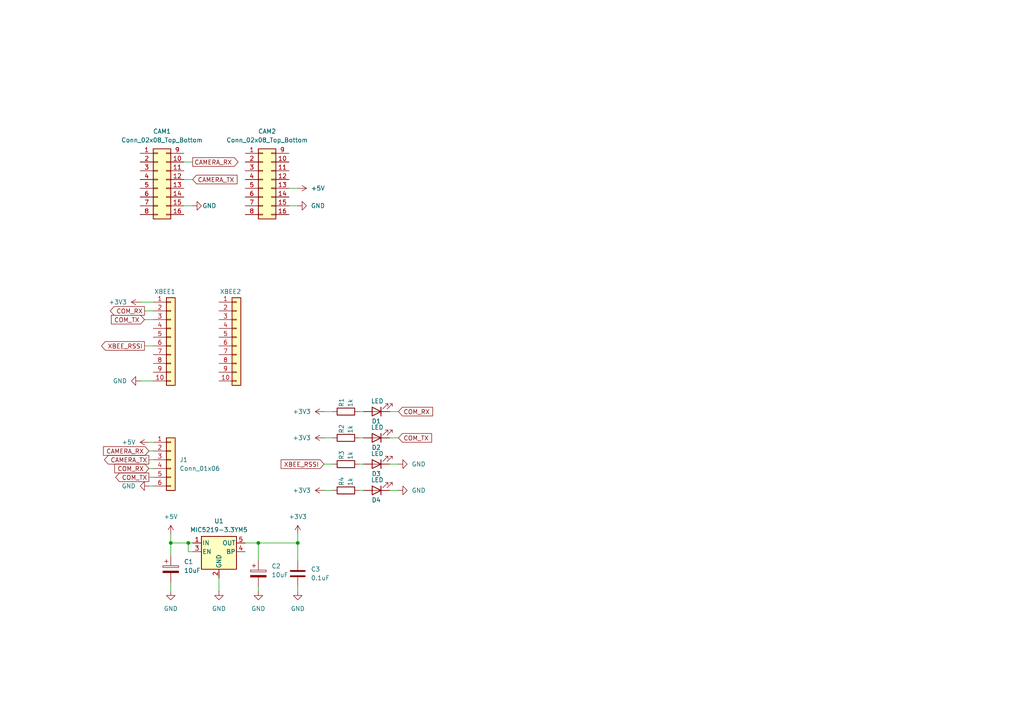
<source format=kicad_sch>
(kicad_sch (version 20231120) (generator "eeschema") (generator_version "8.0")
  (paper "A4")
  (lib_symbols
    (symbol "Connector_Generic:Conn_01x06" (pin_names (offset 1.016) hide)
      (property "Reference" "J" (at 0 7.62 0))
      (property "Value" "Conn_01x06" (at 0 -10.16 0))
      (symbol "Conn_01x06_1_1"
        (rectangle (start -1.27 -7.493) (end 0 -7.747) (stroke (width 0.1524)))
        (rectangle (start -1.27 -4.953) (end 0 -5.207) (stroke (width 0.1524)))
        (rectangle (start -1.27 -2.413) (end 0 -2.667) (stroke (width 0.1524)))
        (rectangle (start -1.27 0.127) (end 0 -0.127) (stroke (width 0.1524)))
        (rectangle (start -1.27 2.667) (end 0 2.413) (stroke (width 0.1524)))
        (rectangle (start -1.27 5.207) (end 0 4.953) (stroke (width 0.1524)))
        (rectangle (start -1.27 6.35) (end 1.27 -8.89) (stroke (width 0.254)) (fill (type background)))
        (pin passive line (at -5.08 5.08 0) (length 3.81) (name "Pin_1") (number "1"))
        (pin passive line (at -5.08 2.54 0) (length 3.81) (name "Pin_2") (number "2"))
        (pin passive line (at -5.08 0 0) (length 3.81) (name "Pin_3") (number "3"))
        (pin passive line (at -5.08 -2.54 0) (length 3.81) (name "Pin_4") (number "4"))
        (pin passive line (at -5.08 -5.08 0) (length 3.81) (name "Pin_5") (number "5"))
        (pin passive line (at -5.08 -7.62 0) (length 3.81) (name "Pin_6") (number "6"))
      )
    )
    (symbol "Connector_Generic:Conn_01x10" (pin_names (offset 1.016) hide)
      (property "Reference" "J" (at 0 12.7 0))
      (property "Value" "Conn_01x10" (at 0 -15.24 0))
      (symbol "Conn_01x10_1_1"
        (rectangle (start -1.27 -12.573) (end 0 -12.827) (stroke (width 0.1524)))
        (rectangle (start -1.27 -10.033) (end 0 -10.287) (stroke (width 0.1524)))
        (rectangle (start -1.27 -7.493) (end 0 -7.747) (stroke (width 0.1524)))
        (rectangle (start -1.27 -4.953) (end 0 -5.207) (stroke (width 0.1524)))
        (rectangle (start -1.27 -2.413) (end 0 -2.667) (stroke (width 0.1524)))
        (rectangle (start -1.27 0.127) (end 0 -0.127) (stroke (width 0.1524)))
        (rectangle (start -1.27 2.667) (end 0 2.413) (stroke (width 0.1524)))
        (rectangle (start -1.27 5.207) (end 0 4.953) (stroke (width 0.1524)))
        (rectangle (start -1.27 7.747) (end 0 7.493) (stroke (width 0.1524)))
        (rectangle (start -1.27 10.287) (end 0 10.033) (stroke (width 0.1524)))
        (rectangle (start -1.27 11.43) (end 1.27 -13.97) (stroke (width 0.254)) (fill (type background)))
        (pin passive line (at -5.08 10.16 0) (length 3.81) (name "Pin_1") (number "1"))
        (pin passive line (at -5.08 -12.7 0) (length 3.81) (name "Pin_10") (number "10"))
        (pin passive line (at -5.08 7.62 0) (length 3.81) (name "Pin_2") (number "2"))
        (pin passive line (at -5.08 5.08 0) (length 3.81) (name "Pin_3") (number "3"))
        (pin passive line (at -5.08 2.54 0) (length 3.81) (name "Pin_4") (number "4"))
        (pin passive line (at -5.08 0 0) (length 3.81) (name "Pin_5") (number "5"))
        (pin passive line (at -5.08 -2.54 0) (length 3.81) (name "Pin_6") (number "6"))
        (pin passive line (at -5.08 -5.08 0) (length 3.81) (name "Pin_7") (number "7"))
        (pin passive line (at -5.08 -7.62 0) (length 3.81) (name "Pin_8") (number "8"))
        (pin passive line (at -5.08 -10.16 0) (length 3.81) (name "Pin_9") (number "9"))
      )
    )
    (symbol "Connector_Generic:Conn_02x08_Top_Bottom" (pin_names (offset 1.016) hide)
      (property "Reference" "J" (at 1.27 10.16 0))
      (property "Value" "Conn_02x08_Top_Bottom" (at 1.27 -12.7 0))
      (symbol "Conn_02x08_Top_Bottom_1_1"
        (rectangle (start -1.27 -10.033) (end 0 -10.287) (stroke (width 0.1524)))
        (rectangle (start -1.27 -7.493) (end 0 -7.747) (stroke (width 0.1524)))
        (rectangle (start -1.27 -4.953) (end 0 -5.207) (stroke (width 0.1524)))
        (rectangle (start -1.27 -2.413) (end 0 -2.667) (stroke (width 0.1524)))
        (rectangle (start -1.27 0.127) (end 0 -0.127) (stroke (width 0.1524)))
        (rectangle (start -1.27 2.667) (end 0 2.413) (stroke (width 0.1524)))
        (rectangle (start -1.27 5.207) (end 0 4.953) (stroke (width 0.1524)))
        (rectangle (start -1.27 7.747) (end 0 7.493) (stroke (width 0.1524)))
        (rectangle (start -1.27 8.89) (end 3.81 -11.43) (stroke (width 0.254)) (fill (type background)))
        (rectangle (start 3.81 -10.033) (end 2.54 -10.287) (stroke (width 0.1524)))
        (rectangle (start 3.81 -7.493) (end 2.54 -7.747) (stroke (width 0.1524)))
        (rectangle (start 3.81 -4.953) (end 2.54 -5.207) (stroke (width 0.1524)))
        (rectangle (start 3.81 -2.413) (end 2.54 -2.667) (stroke (width 0.1524)))
        (rectangle (start 3.81 0.127) (end 2.54 -0.127) (stroke (width 0.1524)))
        (rectangle (start 3.81 2.667) (end 2.54 2.413) (stroke (width 0.1524)))
        (rectangle (start 3.81 5.207) (end 2.54 4.953) (stroke (width 0.1524)))
        (rectangle (start 3.81 7.747) (end 2.54 7.493) (stroke (width 0.1524)))
        (pin passive line (at -5.08 7.62 0) (length 3.81) (name "Pin_1") (number "1"))
        (pin passive line (at 7.62 5.08 180) (length 3.81) (name "Pin_10") (number "10"))
        (pin passive line (at 7.62 2.54 180) (length 3.81) (name "Pin_11") (number "11"))
        (pin passive line (at 7.62 0 180) (length 3.81) (name "Pin_12") (number "12"))
        (pin passive line (at 7.62 -2.54 180) (length 3.81) (name "Pin_13") (number "13"))
        (pin passive line (at 7.62 -5.08 180) (length 3.81) (name "Pin_14") (number "14"))
        (pin passive line (at 7.62 -7.62 180) (length 3.81) (name "Pin_15") (number "15"))
        (pin passive line (at 7.62 -10.16 180) (length 3.81) (name "Pin_16") (number "16"))
        (pin passive line (at -5.08 5.08 0) (length 3.81) (name "Pin_2") (number "2"))
        (pin passive line (at -5.08 2.54 0) (length 3.81) (name "Pin_3") (number "3"))
        (pin passive line (at -5.08 0 0) (length 3.81) (name "Pin_4") (number "4"))
        (pin passive line (at -5.08 -2.54 0) (length 3.81) (name "Pin_5") (number "5"))
        (pin passive line (at -5.08 -5.08 0) (length 3.81) (name "Pin_6") (number "6"))
        (pin passive line (at -5.08 -7.62 0) (length 3.81) (name "Pin_7") (number "7"))
        (pin passive line (at -5.08 -10.16 0) (length 3.81) (name "Pin_8") (number "8"))
        (pin passive line (at 7.62 7.62 180) (length 3.81) (name "Pin_9") (number "9"))
      )
    )
    (symbol "Device:C" (pin_numbers hide) (pin_names (offset 0.254))
      (property "Reference" "C" (at 0.635 2.54 0))
      (property "Value" "C" (at 0.635 -2.54 0))
      (symbol "C_0_1"
        (polyline (pts (xy -2.032 -0.762) (xy 2.032 -0.762)) (stroke (width 0.508)))
        (polyline (pts (xy -2.032 0.762) (xy 2.032 0.762)) (stroke (width 0.508)))
      )
      (symbol "C_1_1"
        (pin passive line (at 0 3.81 270) (length 2.794) (name "~") (number "1"))
        (pin passive line (at 0 -3.81 90) (length 2.794) (name "~") (number "2"))
      )
    )
    (symbol "Device:C_Polarized" (pin_numbers hide) (pin_names (offset 0.254))
      (property "Reference" "C" (at 0.635 2.54 0))
      (property "Value" "C_Polarized" (at 0.635 -2.54 0))
      (symbol "C_Polarized_0_1"
        (rectangle (start -2.286 0.508) (end 2.286 1.016))
        (polyline (pts (xy -1.778 2.286) (xy -0.762 2.286)))
        (polyline (pts (xy -1.27 2.794) (xy -1.27 1.778)))
        (rectangle (start 2.286 -0.508) (end -2.286 -1.016) (fill (type outline)))
      )
      (symbol "C_Polarized_1_1"
        (pin passive line (at 0 3.81 270) (length 2.794) (name "~") (number "1"))
        (pin passive line (at 0 -3.81 90) (length 2.794) (name "~") (number "2"))
      )
    )
    (symbol "Device:LED" (pin_numbers hide) (pin_names (offset 1.016) hide)
      (property "Reference" "D" (at 0 2.54 0))
      (property "Value" "LED" (at 0 -2.54 0))
      (symbol "LED_0_1"
        (polyline (pts (xy -1.27 -1.27) (xy -1.27 1.27)) (stroke (width 0.254)))
        (polyline (pts (xy -1.27 0) (xy 1.27 0)))
        (polyline (pts (xy 1.27 -1.27) (xy 1.27 1.27) (xy -1.27 0) (xy 1.27 -1.27)) (stroke (width 0.254)))
        (polyline (pts (xy -3.048 -0.762) (xy -4.572 -2.286) (xy -3.81 -2.286) (xy -4.572 -2.286) (xy -4.572 -1.524)))
        (polyline (pts (xy -1.778 -0.762) (xy -3.302 -2.286) (xy -2.54 -2.286) (xy -3.302 -2.286) (xy -3.302 -1.524)))
      )
      (symbol "LED_1_1"
        (pin passive line (at -3.81 0 0) (length 2.54) (name "K") (number "1"))
        (pin passive line (at 3.81 0 180) (length 2.54) (name "A") (number "2"))
      )
    )
    (symbol "Device:R" (pin_numbers hide) (pin_names (offset 0))
      (property "Reference" "R" (at 2.032 0 90))
      (property "Value" "R" (at 0 0 90))
      (symbol "R_0_1"
        (rectangle (start -1.016 -2.54) (end 1.016 2.54) (stroke (width 0.254)))
      )
      (symbol "R_1_1"
        (pin passive line (at 0 3.81 270) (length 1.27) (name "~") (number "1"))
        (pin passive line (at 0 -3.81 90) (length 1.27) (name "~") (number "2"))
      )
    )
    (symbol "Regulator_Linear:MIC5219-3.3YM5" (pin_names (offset 0.254))
      (property "Reference" "U" (at -3.81 5.715 0))
      (property "Value" "MIC5219-3.3YM5" (at 0 5.715 0))
      (symbol "MIC5219-3.3YM5_0_1"
        (rectangle (start -5.08 4.445) (end 5.08 -5.08) (stroke (width 0.254)) (fill (type background)))
      )
      (symbol "MIC5219-3.3YM5_1_1"
        (pin power_in line (at -7.62 2.54 0) (length 2.54) (name "IN") (number "1"))
        (pin power_in line (at 0 -7.62 90) (length 2.54) (name "GND") (number "2"))
        (pin input line (at -7.62 0 0) (length 2.54) (name "EN") (number "3"))
        (pin input line (at 7.62 0 180) (length 2.54) (name "BP") (number "4"))
        (pin power_out line (at 7.62 2.54 180) (length 2.54) (name "OUT") (number "5"))
      )
    )
    (symbol "power:+3V3" (power) (pin_numbers hide) (pin_names (offset 0) hide)
      (property "Value" "+3V3" (at 0 3.556 0))
      (symbol "+3V3_0_1"
        (polyline (pts (xy -0.762 1.27) (xy 0 2.54)))
        (polyline (pts (xy 0 0) (xy 0 2.54)))
        (polyline (pts (xy 0 2.54) (xy 0.762 1.27)))
      )
      (symbol "+3V3_1_1"
        (pin power_in line (at 0 0 90) (length 0) (name "~") (number "1"))
      )
    )
    (symbol "power:+5V" (power) (pin_numbers hide) (pin_names (offset 0) hide)
      (property "Value" "+5V" (at 0 3.556 0))
      (symbol "+5V_0_1"
        (polyline (pts (xy -0.762 1.27) (xy 0 2.54)))
        (polyline (pts (xy 0 0) (xy 0 2.54)))
        (polyline (pts (xy 0 2.54) (xy 0.762 1.27)))
      )
      (symbol "+5V_1_1"
        (pin power_in line (at 0 0 90) (length 0) (name "~") (number "1"))
      )
    )
    (symbol "power:GND" (power) (pin_numbers hide) (pin_names (offset 0) hide)
      (property "Value" "GND" (at 0 -3.81 0))
      (symbol "GND_0_1"
        (polyline (pts (xy 0 0) (xy 0 -1.27) (xy 1.27 -1.27) (xy 0 -2.54) (xy -1.27 -1.27) (xy 0 -1.27)))
      )
      (symbol "GND_1_1"
        (pin power_in line (at 0 0 270) (length 0) (name "~") (number "1"))
      )
    )
  )
  (junction (at 86.36 157.48))
  (junction (at 74.93 157.48))
  (junction (at 49.53 157.48))
  (junction (at 54.61 157.48))
  (wire (pts (xy 43.18 140.97) (xy 44.45 140.97)))
  (wire (pts (xy 113.03 134.62) (xy 115.57 134.62)))
  (wire (pts (xy 49.53 157.48) (xy 54.61 157.48)))
  (wire (pts (xy 54.61 160.02) (xy 54.61 157.48)))
  (wire (pts (xy 53.34 59.69) (xy 55.88 59.69)))
  (wire (pts (xy 71.12 157.48) (xy 74.93 157.48)))
  (wire (pts (xy 49.53 157.48) (xy 49.53 161.29)))
  (wire (pts (xy 93.98 134.62) (xy 96.52 134.62)))
  (wire (pts (xy 43.18 128.27) (xy 44.45 128.27)))
  (wire (pts (xy 83.82 59.69) (xy 86.36 59.69)))
  (wire (pts (xy 40.64 87.63) (xy 44.45 87.63)))
  (wire (pts (xy 104.14 134.62) (xy 105.41 134.62)))
  (wire (pts (xy 53.34 52.07) (xy 55.88 52.07)))
  (wire (pts (xy 113.03 142.24) (xy 115.57 142.24)))
  (wire (pts (xy 55.88 157.48) (xy 54.61 157.48)))
  (wire (pts (xy 83.82 54.61) (xy 86.36 54.61)))
  (wire (pts (xy 86.36 154.94) (xy 86.36 157.48)))
  (wire (pts (xy 104.14 127) (xy 105.41 127)))
  (wire (pts (xy 113.03 119.38) (xy 115.57 119.38)))
  (wire (pts (xy 53.34 46.99) (xy 55.88 46.99)))
  (wire (pts (xy 93.98 127) (xy 96.52 127)))
  (wire (pts (xy 41.91 90.17) (xy 44.45 90.17)))
  (wire (pts (xy 104.14 119.38) (xy 105.41 119.38)))
  (wire (pts (xy 41.91 92.71) (xy 44.45 92.71)))
  (wire (pts (xy 86.36 162.56) (xy 86.36 157.48)))
  (wire (pts (xy 41.91 100.33) (xy 44.45 100.33)))
  (wire (pts (xy 43.18 130.81) (xy 44.45 130.81)))
  (wire (pts (xy 93.98 119.38) (xy 96.52 119.38)))
  (wire (pts (xy 104.14 142.24) (xy 105.41 142.24)))
  (wire (pts (xy 74.93 157.48) (xy 74.93 162.56)))
  (wire (pts (xy 43.18 138.43) (xy 44.45 138.43)))
  (wire (pts (xy 49.53 157.48) (xy 49.53 154.94)))
  (wire (pts (xy 93.98 142.24) (xy 96.52 142.24)))
  (wire (pts (xy 43.18 135.89) (xy 44.45 135.89)))
  (wire (pts (xy 86.36 170.18) (xy 86.36 171.45)))
  (wire (pts (xy 113.03 127) (xy 115.57 127)))
  (wire (pts (xy 40.64 110.49) (xy 44.45 110.49)))
  (wire (pts (xy 43.18 133.35) (xy 44.45 133.35)))
  (wire (pts (xy 49.53 168.91) (xy 49.53 171.45)))
  (wire (pts (xy 55.88 160.02) (xy 54.61 160.02)))
  (wire (pts (xy 63.5 167.64) (xy 63.5 171.45)))
  (wire (pts (xy 86.36 157.48) (xy 74.93 157.48)))
  (wire (pts (xy 74.93 170.18) (xy 74.93 171.45)))
  (global_label "XBEE_RSSI" (shape output) (at 41.91 100.33 180) (property "Intersheetrefs" "${INTERSHEET_REFS}" (effects (hide yes))))
  (global_label "COM_RX" (shape input) (at 115.57 119.38 0) (property "Intersheetrefs" "${INTERSHEET_REFS}" (effects (hide yes))))
  (global_label "CAMERA_TX" (shape input) (at 55.88 52.07 0) (property "Intersheetrefs" "${INTERSHEET_REFS}" (effects (hide yes))))
  (global_label "CAMERA_RX" (shape output) (at 55.88 46.99 0) (property "Intersheetrefs" "${INTERSHEET_REFS}" (effects (hide yes))))
  (global_label "CAMERA_TX" (shape output) (at 43.18 133.35 180) (property "Intersheetrefs" "${INTERSHEET_REFS}" (effects (hide yes))))
  (global_label "COM_RX" (shape input) (at 43.18 135.89 180) (property "Intersheetrefs" "${INTERSHEET_REFS}" (effects (hide yes))))
  (global_label "COM_TX" (shape input) (at 115.57 127 0) (property "Intersheetrefs" "${INTERSHEET_REFS}" (effects (hide yes))))
  (global_label "COM_RX" (shape output) (at 41.91 90.17 180) (property "Intersheetrefs" "${INTERSHEET_REFS}" (effects (hide yes))))
  (global_label "COM_TX" (shape output) (at 43.18 138.43 180) (property "Intersheetrefs" "${INTERSHEET_REFS}" (effects (hide yes))))
  (global_label "COM_TX" (shape input) (at 41.91 92.71 180) (property "Intersheetrefs" "${INTERSHEET_REFS}" (effects (hide yes))))
  (global_label "XBEE_RSSI" (shape input) (at 93.98 134.62 180) (property "Intersheetrefs" "${INTERSHEET_REFS}" (effects (hide yes))))
  (global_label "CAMERA_RX" (shape input) (at 43.18 130.81 180) (property "Intersheetrefs" "${INTERSHEET_REFS}" (effects (hide yes))))
  (symbol (lib_id "power:GND") (at 86.36 171.45 0) (unit 1)
    (property "Reference" "#PWR04" (effects (hide yes)))
    (property "Value" "GND" (at 86.36 176.53 0))
    (property "Description" "Power symbol creates a global label with name \"GND\" , ground" (effects (hide yes)))
  )
  (symbol (lib_id "Connector_Generic:Conn_01x06") (at 49.53 133.35 0) (unit 1)
    (property "Reference" "J1" (at 52.07 133.3499 0) (effects (justify left)))
    (property "Value" "Conn_01x06" (at 52.07 135.8899 0) (effects (justify left)))
    (property "Footprint" "Connector_JST:JST_PH_B6B-PH-K_1x06_P2.00mm_Vertical" (effects (hide yes)))
    (property "Description" "Generic connector, single row, 01x06, script generated (kicad-library-utils/schlib/autogen/connector/)" (effects (hide yes)))
  )
  (symbol (lib_id "Device:C_Polarized") (at 74.93 166.37 0) (unit 1)
    (property "Reference" "C2" (at 78.74 164.2109 0) (effects (justify left)))
    (property "Value" "10uF" (at 78.74 166.7509 0) (effects (justify left)))
    (property "Footprint" "Capacitor_Tantalum_SMD:CP_EIA-3216-12_Kemet-S_Pad1.58x1.35mm_HandSolder" (effects (hide yes)))
    (property "Description" "Polarized capacitor" (effects (hide yes)))
  )
  (symbol (lib_id "power:GND") (at 49.53 171.45 0) (unit 1)
    (property "Reference" "#PWR06" (effects (hide yes)))
    (property "Value" "GND" (at 49.53 176.53 0))
    (property "Description" "Power symbol creates a global label with name \"GND\" , ground" (effects (hide yes)))
  )
  (symbol (lib_id "Device:C_Polarized") (at 49.53 165.1 0) (unit 1)
    (property "Reference" "C1" (at 53.34 162.9409 0) (effects (justify left)))
    (property "Value" "10uF" (at 53.34 165.4809 0) (effects (justify left)))
    (property "Footprint" "Capacitor_Tantalum_SMD:CP_EIA-3216-12_Kemet-S_Pad1.58x1.35mm_HandSolder" (effects (hide yes)))
    (property "Description" "Polarized capacitor" (effects (hide yes)))
  )
  (symbol (lib_id "Device:R") (at 100.33 142.24 270) (unit 1)
    (property "Reference" "R4" (at 99.06 140.97 0) (effects (justify right)))
    (property "Value" "1k" (at 101.6 140.97 0) (effects (justify right)))
    (property "Footprint" "Resistor_SMD:R_0805_2012Metric_Pad1.20x1.40mm_HandSolder" (effects (hide yes)))
    (property "Description" "Resistor" (effects (hide yes)))
  )
  (symbol (lib_id "power:+3V3") (at 86.36 154.94 0) (unit 1)
    (property "Reference" "#PWR02" (effects (hide yes)))
    (property "Value" "+3V3" (at 86.36 149.86 0))
    (property "Description" "Power symbol creates a global label with name \"+3V3\"" (effects (hide yes)))
  )
  (symbol (lib_id "Device:R") (at 100.33 119.38 270) (unit 1)
    (property "Reference" "R1" (at 99.06 118.11 0) (effects (justify right)))
    (property "Value" "1k" (at 101.6 118.11 0) (effects (justify right)))
    (property "Footprint" "Resistor_SMD:R_0805_2012Metric_Pad1.20x1.40mm_HandSolder" (effects (hide yes)))
    (property "Description" "Resistor" (effects (hide yes)))
  )
  (symbol (lib_id "Connector_Generic:Conn_02x08_Top_Bottom") (at 45.72 52.07 0) (unit 1)
    (property "Reference" "CAM1" (at 46.99 38.1 0))
    (property "Value" "Conn_02x08_Top_Bottom" (at 46.99 40.64 0))
    (property "Footprint" "Connector_PinSocket_2.54mm:PinSocket_2x08_P2.54mm_Vertical" (effects (hide yes)))
    (property "Description" "Generic connector, double row, 02x08, top/bottom pin numbering scheme (row 1: 1...pins_per_row, row2: pins_per_row+1 ... num_pins), script generated (kicad-library-utils/schlib/autogen/connector/)" (effects (hide yes)))
  )
  (symbol (lib_id "Connector_Generic:Conn_01x10") (at 68.58 97.79 0) (unit 1)
    (property "Reference" "XBEE2" (at 63.754 84.582 0) (effects (justify left)))
    (property "Value" "Conn_01x10" (effects (hide yes)))
    (property "Footprint" "Connector_PinSocket_2.00mm:PinSocket_1x10_P2.00mm_Vertical" (effects (hide yes)))
    (property "Description" "Generic connector, single row, 01x10, script generated (kicad-library-utils/schlib/autogen/connector/)" (effects (hide yes)))
  )
  (symbol (lib_id "power:GND") (at 40.64 110.49 270) (unit 1)
    (property "Reference" "#PWR015" (effects (hide yes)))
    (property "Value" "GND" (at 36.83 110.4899 90) (effects (justify right)))
    (property "Description" "Power symbol creates a global label with name \"GND\" , ground" (effects (hide yes)))
  )
  (symbol (lib_id "power:GND") (at 115.57 134.62 90) (unit 1)
    (property "Reference" "#PWR013" (effects (hide yes)))
    (property "Value" "GND" (at 119.38 134.6199 90) (effects (justify right)))
    (property "Description" "Power symbol creates a global label with name \"GND\" , ground" (effects (hide yes)))
  )
  (symbol (lib_id "power:GND") (at 115.57 142.24 90) (unit 1)
    (property "Reference" "#PWR014" (effects (hide yes)))
    (property "Value" "GND" (at 119.38 142.2399 90) (effects (justify right)))
    (property "Description" "Power symbol creates a global label with name \"GND\" , ground" (effects (hide yes)))
  )
  (symbol (lib_id "power:+5V") (at 49.53 154.94 0) (unit 1)
    (property "Reference" "#PWR01" (effects (hide yes)))
    (property "Value" "+5V" (at 49.53 149.86 0))
    (property "Description" "Power symbol creates a global label with name \"+5V\"" (effects (hide yes)))
  )
  (symbol (lib_id "Device:LED") (at 109.22 127 180) (unit 1)
    (property "Reference" "D2" (at 110.49 129.794 0) (effects (justify left)))
    (property "Value" "LED" (at 111.252 123.952 0) (effects (justify left)))
    (property "Footprint" "LED_SMD:LED_0805_2012Metric_Pad1.15x1.40mm_HandSolder" (effects (hide yes)))
    (property "Description" "Light emitting diode" (effects (hide yes)))
  )
  (symbol (lib_id "power:+3V3") (at 93.98 119.38 90) (unit 1)
    (property "Reference" "#PWR010" (effects (hide yes)))
    (property "Value" "+3V3" (at 90.17 119.3799 90) (effects (justify left)))
    (property "Description" "Power symbol creates a global label with name \"+3V3\"" (effects (hide yes)))
  )
  (symbol (lib_id "Device:C") (at 86.36 166.37 0) (unit 1)
    (property "Reference" "C3" (at 90.17 165.0999 0) (effects (justify left)))
    (property "Value" "0.1uF" (at 90.17 167.6399 0) (effects (justify left)))
    (property "Footprint" "Capacitor_SMD:C_0805_2012Metric_Pad1.18x1.45mm_HandSolder" (effects (hide yes)))
    (property "Description" "Unpolarized capacitor" (effects (hide yes)))
  )
  (symbol (lib_id "power:+5V") (at 86.36 54.61 270) (unit 1)
    (property "Reference" "#PWR017" (effects (hide yes)))
    (property "Value" "+5V" (at 90.17 54.6099 90) (effects (justify left)))
    (property "Description" "Power symbol creates a global label with name \"+5V\"" (effects (hide yes)))
  )
  (symbol (lib_id "power:+5V") (at 43.18 128.27 90) (unit 1)
    (property "Reference" "#PWR08" (effects (hide yes)))
    (property "Value" "+5V" (at 39.37 128.2699 90) (effects (justify left)))
    (property "Description" "Power symbol creates a global label with name \"+5V\"" (effects (hide yes)))
  )
  (symbol (lib_id "power:GND") (at 55.88 59.69 90) (unit 1)
    (property "Reference" "#PWR018" (effects (hide yes)))
    (property "Value" "GND" (at 58.674 59.69 90) (effects (justify right)))
    (property "Description" "Power symbol creates a global label with name \"GND\" , ground" (effects (hide yes)))
  )
  (symbol (lib_id "power:GND") (at 74.93 171.45 0) (unit 1)
    (property "Reference" "#PWR03" (effects (hide yes)))
    (property "Value" "GND" (at 74.93 176.53 0))
    (property "Description" "Power symbol creates a global label with name \"GND\" , ground" (effects (hide yes)))
  )
  (symbol (lib_id "power:+3V3") (at 40.64 87.63 90) (unit 1)
    (property "Reference" "#PWR07" (effects (hide yes)))
    (property "Value" "+3V3" (at 36.83 87.6299 90) (effects (justify left)))
    (property "Description" "Power symbol creates a global label with name \"+3V3\"" (effects (hide yes)))
  )
  (symbol (lib_id "power:+3V3") (at 93.98 142.24 90) (unit 1)
    (property "Reference" "#PWR012" (effects (hide yes)))
    (property "Value" "+3V3" (at 90.17 142.2399 90) (effects (justify left)))
    (property "Description" "Power symbol creates a global label with name \"+3V3\"" (effects (hide yes)))
  )
  (symbol (lib_id "Connector_Generic:Conn_01x10") (at 49.53 97.79 0) (unit 1)
    (property "Reference" "XBEE1" (at 44.704 84.582 0) (effects (justify left)))
    (property "Value" "Conn_01x10" (effects (hide yes)))
    (property "Footprint" "Connector_PinSocket_2.00mm:PinSocket_1x10_P2.00mm_Vertical" (effects (hide yes)))
    (property "Description" "Generic connector, single row, 01x10, script generated (kicad-library-utils/schlib/autogen/connector/)" (effects (hide yes)))
  )
  (symbol (lib_id "Device:LED") (at 109.22 142.24 180) (unit 1)
    (property "Reference" "D4" (at 110.49 145.034 0) (effects (justify left)))
    (property "Value" "LED" (at 111.252 139.192 0) (effects (justify left)))
    (property "Footprint" "LED_SMD:LED_0805_2012Metric_Pad1.15x1.40mm_HandSolder" (effects (hide yes)))
    (property "Description" "Light emitting diode" (effects (hide yes)))
  )
  (symbol (lib_id "Connector_Generic:Conn_02x08_Top_Bottom") (at 76.2 52.07 0) (unit 1)
    (property "Reference" "CAM2" (at 77.47 38.1 0))
    (property "Value" "Conn_02x08_Top_Bottom" (at 77.47 40.64 0))
    (property "Footprint" "Connector_PinSocket_2.54mm:PinSocket_2x08_P2.54mm_Vertical" (effects (hide yes)))
    (property "Description" "Generic connector, double row, 02x08, top/bottom pin numbering scheme (row 1: 1...pins_per_row, row2: pins_per_row+1 ... num_pins), script generated (kicad-library-utils/schlib/autogen/connector/)" (effects (hide yes)))
  )
  (symbol (lib_id "power:GND") (at 63.5 171.45 0) (unit 1)
    (property "Reference" "#PWR05" (effects (hide yes)))
    (property "Value" "GND" (at 63.5 176.53 0))
    (property "Description" "Power symbol creates a global label with name \"GND\" , ground" (effects (hide yes)))
  )
  (symbol (lib_id "Device:R") (at 100.33 127 270) (unit 1)
    (property "Reference" "R2" (at 99.06 125.73 0) (effects (justify right)))
    (property "Value" "1k" (at 101.6 125.73 0) (effects (justify right)))
    (property "Footprint" "Resistor_SMD:R_0805_2012Metric_Pad1.20x1.40mm_HandSolder" (effects (hide yes)))
    (property "Description" "Resistor" (effects (hide yes)))
  )
  (symbol (lib_id "Device:LED") (at 109.22 134.62 180) (unit 1)
    (property "Reference" "D3" (at 110.49 137.414 0) (effects (justify left)))
    (property "Value" "LED" (at 111.252 131.572 0) (effects (justify left)))
    (property "Footprint" "LED_SMD:LED_0805_2012Metric_Pad1.15x1.40mm_HandSolder" (effects (hide yes)))
    (property "Description" "Light emitting diode" (effects (hide yes)))
  )
  (symbol (lib_id "Regulator_Linear:MIC5219-3.3YM5") (at 63.5 160.02 0) (unit 1)
    (property "Reference" "U1" (at 63.5 151.13 0))
    (property "Value" "MIC5219-3.3YM5" (at 63.5 153.67 0))
    (property "Footprint" "Package_TO_SOT_SMD:SOT-23-5" (effects (hide yes)))
    (property "Datasheet" "http://ww1.microchip.com/downloads/en/DeviceDoc/MIC5219-500mA-Peak-Output-LDO-Regulator-DS20006021A.pdf" (effects (hide yes)))
    (property "Description" "500mA low dropout linear regulator, fixed 3.3V output, SOT-23-5" (effects (hide yes)))
  )
  (symbol (lib_id "Device:LED") (at 109.22 119.38 180) (unit 1)
    (property "Reference" "D1" (at 110.49 122.174 0) (effects (justify left)))
    (property "Value" "LED" (at 111.252 116.332 0) (effects (justify left)))
    (property "Footprint" "LED_SMD:LED_0805_2012Metric_Pad1.15x1.40mm_HandSolder" (effects (hide yes)))
    (property "Description" "Light emitting diode" (effects (hide yes)))
  )
  (symbol (lib_id "power:+3V3") (at 93.98 127 90) (unit 1)
    (property "Reference" "#PWR011" (effects (hide yes)))
    (property "Value" "+3V3" (at 90.17 126.9999 90) (effects (justify left)))
    (property "Description" "Power symbol creates a global label with name \"+3V3\"" (effects (hide yes)))
  )
  (symbol (lib_id "power:GND") (at 86.36 59.69 90) (unit 1)
    (property "Reference" "#PWR016" (effects (hide yes)))
    (property "Value" "GND" (at 90.17 59.6899 90) (effects (justify right)))
    (property "Description" "Power symbol creates a global label with name \"GND\" , ground" (effects (hide yes)))
  )
  (symbol (lib_id "Device:R") (at 100.33 134.62 270) (unit 1)
    (property "Reference" "R3" (at 99.06 133.35 0) (effects (justify right)))
    (property "Value" "1k" (at 101.6 133.35 0) (effects (justify right)))
    (property "Footprint" "Resistor_SMD:R_0805_2012Metric_Pad1.20x1.40mm_HandSolder" (effects (hide yes)))
    (property "Description" "Resistor" (effects (hide yes)))
  )
  (symbol (lib_id "power:GND") (at 43.18 140.97 270) (unit 1)
    (property "Reference" "#PWR09" (effects (hide yes)))
    (property "Value" "GND" (at 39.37 140.9699 90) (effects (justify right)))
    (property "Description" "Power symbol creates a global label with name \"GND\" , ground" (effects (hide yes)))
  )
)
</source>
